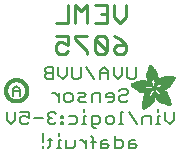
<source format=gbr>
G04 EAGLE Gerber RS-274X export*
G75*
%MOMM*%
%FSLAX34Y34*%
%LPD*%
%INSilkscreen Bottom*%
%IPPOS*%
%AMOC8*
5,1,8,0,0,1.08239X$1,22.5*%
G01*
%ADD10C,0.203200*%
%ADD11C,0.254000*%
%ADD12R,0.050800X0.006300*%
%ADD13R,0.082600X0.006400*%
%ADD14R,0.120600X0.006300*%
%ADD15R,0.139700X0.006400*%
%ADD16R,0.158800X0.006300*%
%ADD17R,0.177800X0.006400*%
%ADD18R,0.196800X0.006300*%
%ADD19R,0.215900X0.006400*%
%ADD20R,0.228600X0.006300*%
%ADD21R,0.241300X0.006400*%
%ADD22R,0.254000X0.006300*%
%ADD23R,0.266700X0.006400*%
%ADD24R,0.279400X0.006300*%
%ADD25R,0.285700X0.006400*%
%ADD26R,0.298400X0.006300*%
%ADD27R,0.311200X0.006400*%
%ADD28R,0.317500X0.006300*%
%ADD29R,0.330200X0.006400*%
%ADD30R,0.336600X0.006300*%
%ADD31R,0.349200X0.006400*%
%ADD32R,0.361900X0.006300*%
%ADD33R,0.368300X0.006400*%
%ADD34R,0.381000X0.006300*%
%ADD35R,0.387300X0.006400*%
%ADD36R,0.393700X0.006300*%
%ADD37R,0.406400X0.006400*%
%ADD38R,0.412700X0.006300*%
%ADD39R,0.419100X0.006400*%
%ADD40R,0.431800X0.006300*%
%ADD41R,0.438100X0.006400*%
%ADD42R,0.450800X0.006300*%
%ADD43R,0.457200X0.006400*%
%ADD44R,0.463500X0.006300*%
%ADD45R,0.476200X0.006400*%
%ADD46R,0.482600X0.006300*%
%ADD47R,0.488900X0.006400*%
%ADD48R,0.501600X0.006300*%
%ADD49R,0.508000X0.006400*%
%ADD50R,0.514300X0.006300*%
%ADD51R,0.527000X0.006400*%
%ADD52R,0.533400X0.006300*%
%ADD53R,0.546100X0.006400*%
%ADD54R,0.552400X0.006300*%
%ADD55R,0.558800X0.006400*%
%ADD56R,0.571500X0.006300*%
%ADD57R,0.577800X0.006400*%
%ADD58R,0.584200X0.006300*%
%ADD59R,0.596900X0.006400*%
%ADD60R,0.603200X0.006300*%
%ADD61R,0.609600X0.006400*%
%ADD62R,0.622300X0.006300*%
%ADD63R,0.628600X0.006400*%
%ADD64R,0.641300X0.006300*%
%ADD65R,0.647700X0.006400*%
%ADD66R,0.063500X0.006300*%
%ADD67R,0.654000X0.006300*%
%ADD68R,0.101600X0.006400*%
%ADD69R,0.666700X0.006400*%
%ADD70R,0.139700X0.006300*%
%ADD71R,0.673100X0.006300*%
%ADD72R,0.165100X0.006400*%
%ADD73R,0.679400X0.006400*%
%ADD74R,0.196900X0.006300*%
%ADD75R,0.692100X0.006300*%
%ADD76R,0.222200X0.006400*%
%ADD77R,0.698500X0.006400*%
%ADD78R,0.247700X0.006300*%
%ADD79R,0.704800X0.006300*%
%ADD80R,0.279400X0.006400*%
%ADD81R,0.717500X0.006400*%
%ADD82R,0.298500X0.006300*%
%ADD83R,0.723900X0.006300*%
%ADD84R,0.736600X0.006400*%
%ADD85R,0.342900X0.006300*%
%ADD86R,0.742900X0.006300*%
%ADD87R,0.374700X0.006400*%
%ADD88R,0.749300X0.006400*%
%ADD89R,0.762000X0.006300*%
%ADD90R,0.412700X0.006400*%
%ADD91R,0.768300X0.006400*%
%ADD92R,0.438100X0.006300*%
%ADD93R,0.774700X0.006300*%
%ADD94R,0.463600X0.006400*%
%ADD95R,0.787400X0.006400*%
%ADD96R,0.793700X0.006300*%
%ADD97R,0.495300X0.006400*%
%ADD98R,0.800100X0.006400*%
%ADD99R,0.520700X0.006300*%
%ADD100R,0.812800X0.006300*%
%ADD101R,0.533400X0.006400*%
%ADD102R,0.819100X0.006400*%
%ADD103R,0.558800X0.006300*%
%ADD104R,0.825500X0.006300*%
%ADD105R,0.577900X0.006400*%
%ADD106R,0.831800X0.006400*%
%ADD107R,0.596900X0.006300*%
%ADD108R,0.844500X0.006300*%
%ADD109R,0.616000X0.006400*%
%ADD110R,0.850900X0.006400*%
%ADD111R,0.635000X0.006300*%
%ADD112R,0.857200X0.006300*%
%ADD113R,0.654100X0.006400*%
%ADD114R,0.863600X0.006400*%
%ADD115R,0.666700X0.006300*%
%ADD116R,0.869900X0.006300*%
%ADD117R,0.685800X0.006400*%
%ADD118R,0.876300X0.006400*%
%ADD119R,0.882600X0.006300*%
%ADD120R,0.723900X0.006400*%
%ADD121R,0.889000X0.006400*%
%ADD122R,0.895300X0.006300*%
%ADD123R,0.755700X0.006400*%
%ADD124R,0.901700X0.006400*%
%ADD125R,0.908000X0.006300*%
%ADD126R,0.793800X0.006400*%
%ADD127R,0.914400X0.006400*%
%ADD128R,0.806400X0.006300*%
%ADD129R,0.920700X0.006300*%
%ADD130R,0.825500X0.006400*%
%ADD131R,0.927100X0.006400*%
%ADD132R,0.933400X0.006300*%
%ADD133R,0.857300X0.006400*%
%ADD134R,0.939800X0.006400*%
%ADD135R,0.870000X0.006300*%
%ADD136R,0.939800X0.006300*%
%ADD137R,0.946100X0.006400*%
%ADD138R,0.952500X0.006300*%
%ADD139R,0.908000X0.006400*%
%ADD140R,0.958800X0.006400*%
%ADD141R,0.965200X0.006300*%
%ADD142R,0.965200X0.006400*%
%ADD143R,0.971500X0.006300*%
%ADD144R,0.952500X0.006400*%
%ADD145R,0.977900X0.006400*%
%ADD146R,0.958800X0.006300*%
%ADD147R,0.984200X0.006300*%
%ADD148R,0.971500X0.006400*%
%ADD149R,0.984200X0.006400*%
%ADD150R,0.990600X0.006300*%
%ADD151R,0.984300X0.006400*%
%ADD152R,0.996900X0.006400*%
%ADD153R,0.997000X0.006300*%
%ADD154R,0.996900X0.006300*%
%ADD155R,1.003300X0.006400*%
%ADD156R,1.016000X0.006300*%
%ADD157R,1.009600X0.006300*%
%ADD158R,1.016000X0.006400*%
%ADD159R,1.009600X0.006400*%
%ADD160R,1.022300X0.006300*%
%ADD161R,1.028700X0.006400*%
%ADD162R,1.035100X0.006300*%
%ADD163R,1.047800X0.006400*%
%ADD164R,1.054100X0.006300*%
%ADD165R,1.028700X0.006300*%
%ADD166R,1.054100X0.006400*%
%ADD167R,1.035000X0.006400*%
%ADD168R,1.060400X0.006300*%
%ADD169R,1.035000X0.006300*%
%ADD170R,1.060500X0.006400*%
%ADD171R,1.041400X0.006400*%
%ADD172R,1.066800X0.006300*%
%ADD173R,1.041400X0.006300*%
%ADD174R,1.079500X0.006400*%
%ADD175R,1.047700X0.006400*%
%ADD176R,1.085900X0.006300*%
%ADD177R,1.047700X0.006300*%
%ADD178R,1.085800X0.006400*%
%ADD179R,1.092200X0.006300*%
%ADD180R,1.085900X0.006400*%
%ADD181R,1.098600X0.006300*%
%ADD182R,1.098600X0.006400*%
%ADD183R,1.060400X0.006400*%
%ADD184R,1.104900X0.006300*%
%ADD185R,1.104900X0.006400*%
%ADD186R,1.066800X0.006400*%
%ADD187R,1.111200X0.006300*%
%ADD188R,1.117600X0.006400*%
%ADD189R,1.117600X0.006300*%
%ADD190R,1.073100X0.006300*%
%ADD191R,1.073100X0.006400*%
%ADD192R,1.124000X0.006300*%
%ADD193R,1.079500X0.006300*%
%ADD194R,1.123900X0.006400*%
%ADD195R,1.130300X0.006300*%
%ADD196R,1.130300X0.006400*%
%ADD197R,1.136700X0.006400*%
%ADD198R,1.136700X0.006300*%
%ADD199R,1.085800X0.006300*%
%ADD200R,1.136600X0.006400*%
%ADD201R,1.136600X0.006300*%
%ADD202R,1.143000X0.006400*%
%ADD203R,1.143000X0.006300*%
%ADD204R,1.149400X0.006300*%
%ADD205R,1.149300X0.006300*%
%ADD206R,1.149300X0.006400*%
%ADD207R,1.149400X0.006400*%
%ADD208R,1.155700X0.006400*%
%ADD209R,1.155700X0.006300*%
%ADD210R,1.060500X0.006300*%
%ADD211R,2.197100X0.006400*%
%ADD212R,2.197100X0.006300*%
%ADD213R,2.184400X0.006300*%
%ADD214R,2.184400X0.006400*%
%ADD215R,2.171700X0.006400*%
%ADD216R,2.171700X0.006300*%
%ADD217R,1.530300X0.006400*%
%ADD218R,1.505000X0.006300*%
%ADD219R,1.492300X0.006400*%
%ADD220R,1.485900X0.006300*%
%ADD221R,0.565200X0.006300*%
%ADD222R,1.473200X0.006400*%
%ADD223R,0.565200X0.006400*%
%ADD224R,1.460500X0.006300*%
%ADD225R,1.454100X0.006400*%
%ADD226R,0.552400X0.006400*%
%ADD227R,1.441500X0.006300*%
%ADD228R,0.546100X0.006300*%
%ADD229R,1.435100X0.006400*%
%ADD230R,0.539800X0.006400*%
%ADD231R,1.428800X0.006300*%
%ADD232R,1.422400X0.006400*%
%ADD233R,1.409700X0.006300*%
%ADD234R,0.527100X0.006300*%
%ADD235R,1.403300X0.006400*%
%ADD236R,0.527100X0.006400*%
%ADD237R,1.390700X0.006300*%
%ADD238R,1.384300X0.006400*%
%ADD239R,0.520700X0.006400*%
%ADD240R,1.384300X0.006300*%
%ADD241R,0.514400X0.006300*%
%ADD242R,1.371600X0.006400*%
%ADD243R,1.365200X0.006300*%
%ADD244R,0.508000X0.006300*%
%ADD245R,1.352600X0.006400*%
%ADD246R,0.501700X0.006400*%
%ADD247R,0.711200X0.006300*%
%ADD248R,0.603300X0.006300*%
%ADD249R,0.501700X0.006300*%
%ADD250R,0.692100X0.006400*%
%ADD251R,0.571500X0.006400*%
%ADD252R,0.679400X0.006300*%
%ADD253R,0.495300X0.006300*%
%ADD254R,0.673100X0.006400*%
%ADD255R,0.666800X0.006300*%
%ADD256R,0.488900X0.006300*%
%ADD257R,0.660400X0.006400*%
%ADD258R,0.482600X0.006400*%
%ADD259R,0.476200X0.006300*%
%ADD260R,0.654000X0.006400*%
%ADD261R,0.469900X0.006400*%
%ADD262R,0.476300X0.006400*%
%ADD263R,0.647700X0.006300*%
%ADD264R,0.457200X0.006300*%
%ADD265R,0.469900X0.006300*%
%ADD266R,0.641300X0.006400*%
%ADD267R,0.444500X0.006400*%
%ADD268R,0.463600X0.006300*%
%ADD269R,0.635000X0.006400*%
%ADD270R,0.463500X0.006400*%
%ADD271R,0.393700X0.006400*%
%ADD272R,0.450800X0.006400*%
%ADD273R,0.628600X0.006300*%
%ADD274R,0.387400X0.006300*%
%ADD275R,0.450900X0.006300*%
%ADD276R,0.628700X0.006400*%
%ADD277R,0.374600X0.006400*%
%ADD278R,0.368300X0.006300*%
%ADD279R,0.438200X0.006300*%
%ADD280R,0.622300X0.006400*%
%ADD281R,0.355600X0.006400*%
%ADD282R,0.431800X0.006400*%
%ADD283R,0.349300X0.006300*%
%ADD284R,0.425400X0.006300*%
%ADD285R,0.615900X0.006300*%
%ADD286R,0.330200X0.006300*%
%ADD287R,0.419100X0.006300*%
%ADD288R,0.616000X0.006300*%
%ADD289R,0.311200X0.006300*%
%ADD290R,0.406400X0.006300*%
%ADD291R,0.615900X0.006400*%
%ADD292R,0.304800X0.006400*%
%ADD293R,0.158800X0.006400*%
%ADD294R,0.609600X0.006300*%
%ADD295R,0.292100X0.006300*%
%ADD296R,0.235000X0.006300*%
%ADD297R,0.387400X0.006400*%
%ADD298R,0.292100X0.006400*%
%ADD299R,0.336500X0.006300*%
%ADD300R,0.260400X0.006300*%
%ADD301R,0.603300X0.006400*%
%ADD302R,0.260400X0.006400*%
%ADD303R,0.362000X0.006400*%
%ADD304R,0.450900X0.006400*%
%ADD305R,0.355600X0.006300*%
%ADD306R,0.342900X0.006400*%
%ADD307R,0.514300X0.006400*%
%ADD308R,0.234900X0.006300*%
%ADD309R,0.539700X0.006300*%
%ADD310R,0.603200X0.006400*%
%ADD311R,0.234900X0.006400*%
%ADD312R,0.920700X0.006400*%
%ADD313R,0.958900X0.006400*%
%ADD314R,0.215900X0.006300*%
%ADD315R,0.209600X0.006400*%
%ADD316R,0.203200X0.006300*%
%ADD317R,1.003300X0.006300*%
%ADD318R,0.203200X0.006400*%
%ADD319R,0.196900X0.006400*%
%ADD320R,0.190500X0.006300*%
%ADD321R,0.190500X0.006400*%
%ADD322R,0.184200X0.006300*%
%ADD323R,0.590500X0.006400*%
%ADD324R,0.184200X0.006400*%
%ADD325R,0.590500X0.006300*%
%ADD326R,0.177800X0.006300*%
%ADD327R,0.584200X0.006400*%
%ADD328R,1.168400X0.006400*%
%ADD329R,0.171500X0.006300*%
%ADD330R,1.187500X0.006300*%
%ADD331R,1.200100X0.006400*%
%ADD332R,0.577800X0.006300*%
%ADD333R,1.212900X0.006300*%
%ADD334R,1.231900X0.006400*%
%ADD335R,1.250900X0.006300*%
%ADD336R,0.565100X0.006400*%
%ADD337R,0.184100X0.006400*%
%ADD338R,1.263700X0.006400*%
%ADD339R,0.565100X0.006300*%
%ADD340R,1.289100X0.006300*%
%ADD341R,1.314400X0.006400*%
%ADD342R,0.552500X0.006300*%
%ADD343R,1.568500X0.006300*%
%ADD344R,0.552500X0.006400*%
%ADD345R,1.581200X0.006400*%
%ADD346R,1.593800X0.006300*%
%ADD347R,1.606500X0.006400*%
%ADD348R,1.619300X0.006300*%
%ADD349R,0.514400X0.006400*%
%ADD350R,1.638300X0.006400*%
%ADD351R,1.657300X0.006300*%
%ADD352R,2.209800X0.006400*%
%ADD353R,2.425700X0.006300*%
%ADD354R,2.470100X0.006400*%
%ADD355R,2.501900X0.006300*%
%ADD356R,2.533700X0.006400*%
%ADD357R,2.559000X0.006300*%
%ADD358R,2.584500X0.006400*%
%ADD359R,2.609900X0.006300*%
%ADD360R,2.628900X0.006400*%
%ADD361R,2.660600X0.006300*%
%ADD362R,2.673400X0.006400*%
%ADD363R,1.422400X0.006300*%
%ADD364R,1.200200X0.006300*%
%ADD365R,1.365300X0.006300*%
%ADD366R,1.365300X0.006400*%
%ADD367R,1.352500X0.006300*%
%ADD368R,1.098500X0.006300*%
%ADD369R,1.358900X0.006400*%
%ADD370R,1.352600X0.006300*%
%ADD371R,1.358900X0.006300*%
%ADD372R,1.371600X0.006300*%
%ADD373R,1.377900X0.006400*%
%ADD374R,1.397000X0.006400*%
%ADD375R,1.403300X0.006300*%
%ADD376R,0.914400X0.006300*%
%ADD377R,0.876300X0.006300*%
%ADD378R,0.374600X0.006300*%
%ADD379R,1.073200X0.006400*%
%ADD380R,0.374700X0.006300*%
%ADD381R,0.844600X0.006400*%
%ADD382R,0.844600X0.006300*%
%ADD383R,0.831900X0.006400*%
%ADD384R,1.092200X0.006400*%
%ADD385R,0.400000X0.006300*%
%ADD386R,0.819200X0.006400*%
%ADD387R,1.111300X0.006400*%
%ADD388R,0.812800X0.006400*%
%ADD389R,0.800100X0.006300*%
%ADD390R,0.476300X0.006300*%
%ADD391R,1.181100X0.006300*%
%ADD392R,0.501600X0.006400*%
%ADD393R,1.193800X0.006400*%
%ADD394R,0.781000X0.006400*%
%ADD395R,1.238200X0.006400*%
%ADD396R,0.781100X0.006300*%
%ADD397R,1.257300X0.006300*%
%ADD398R,1.295400X0.006400*%
%ADD399R,1.333500X0.006300*%
%ADD400R,0.774700X0.006400*%
%ADD401R,1.866900X0.006400*%
%ADD402R,0.209600X0.006300*%
%ADD403R,1.866900X0.006300*%
%ADD404R,0.768400X0.006400*%
%ADD405R,0.209500X0.006400*%
%ADD406R,1.860600X0.006400*%
%ADD407R,0.762000X0.006400*%
%ADD408R,0.768400X0.006300*%
%ADD409R,1.860600X0.006300*%
%ADD410R,1.860500X0.006400*%
%ADD411R,0.222300X0.006300*%
%ADD412R,1.854200X0.006300*%
%ADD413R,0.235000X0.006400*%
%ADD414R,1.854200X0.006400*%
%ADD415R,0.768300X0.006300*%
%ADD416R,0.260300X0.006400*%
%ADD417R,1.847800X0.006400*%
%ADD418R,0.266700X0.006300*%
%ADD419R,1.847800X0.006300*%
%ADD420R,0.273100X0.006400*%
%ADD421R,1.841500X0.006400*%
%ADD422R,0.285800X0.006300*%
%ADD423R,1.841500X0.006300*%
%ADD424R,0.298500X0.006400*%
%ADD425R,1.835100X0.006400*%
%ADD426R,0.781000X0.006300*%
%ADD427R,0.304800X0.006300*%
%ADD428R,1.835100X0.006300*%
%ADD429R,0.317500X0.006400*%
%ADD430R,1.828800X0.006400*%
%ADD431R,0.787400X0.006300*%
%ADD432R,0.323800X0.006300*%
%ADD433R,1.828800X0.006300*%
%ADD434R,0.793700X0.006400*%
%ADD435R,1.822400X0.006400*%
%ADD436R,0.806500X0.006300*%
%ADD437R,1.822400X0.006300*%
%ADD438R,1.816100X0.006400*%
%ADD439R,0.819100X0.006300*%
%ADD440R,0.387300X0.006300*%
%ADD441R,1.816100X0.006300*%
%ADD442R,1.809800X0.006400*%
%ADD443R,1.803400X0.006300*%
%ADD444R,1.797000X0.006400*%
%ADD445R,0.901700X0.006300*%
%ADD446R,1.797000X0.006300*%
%ADD447R,1.441400X0.006400*%
%ADD448R,1.790700X0.006400*%
%ADD449R,1.447800X0.006300*%
%ADD450R,1.784300X0.006300*%
%ADD451R,1.447800X0.006400*%
%ADD452R,1.784300X0.006400*%
%ADD453R,1.454100X0.006300*%
%ADD454R,1.771700X0.006300*%
%ADD455R,1.460500X0.006400*%
%ADD456R,1.759000X0.006400*%
%ADD457R,1.466800X0.006300*%
%ADD458R,1.752600X0.006300*%
%ADD459R,1.466800X0.006400*%
%ADD460R,1.739900X0.006400*%
%ADD461R,1.473200X0.006300*%
%ADD462R,1.727200X0.006300*%
%ADD463R,1.479500X0.006400*%
%ADD464R,1.714500X0.006400*%
%ADD465R,1.695400X0.006300*%
%ADD466R,1.485900X0.006400*%
%ADD467R,1.682700X0.006400*%
%ADD468R,1.492200X0.006300*%
%ADD469R,1.663700X0.006300*%
%ADD470R,1.498600X0.006400*%
%ADD471R,1.644600X0.006400*%
%ADD472R,1.498600X0.006300*%
%ADD473R,1.619200X0.006300*%
%ADD474R,1.511300X0.006400*%
%ADD475R,1.600200X0.006400*%
%ADD476R,1.517700X0.006300*%
%ADD477R,1.574800X0.006300*%
%ADD478R,1.524000X0.006400*%
%ADD479R,1.555800X0.006400*%
%ADD480R,1.524000X0.006300*%
%ADD481R,1.536700X0.006300*%
%ADD482R,1.530400X0.006400*%
%ADD483R,1.517700X0.006400*%
%ADD484R,1.492300X0.006300*%
%ADD485R,1.549400X0.006400*%
%ADD486R,1.479600X0.006400*%
%ADD487R,1.549400X0.006300*%
%ADD488R,1.555700X0.006400*%
%ADD489R,1.562100X0.006300*%
%ADD490R,0.323900X0.006300*%
%ADD491R,1.568400X0.006400*%
%ADD492R,0.336600X0.006400*%
%ADD493R,1.587500X0.006300*%
%ADD494R,0.971600X0.006300*%
%ADD495R,0.349300X0.006400*%
%ADD496R,1.600200X0.006300*%
%ADD497R,0.920800X0.006300*%
%ADD498R,0.882700X0.006400*%
%ADD499R,1.612900X0.006300*%
%ADD500R,0.362000X0.006300*%
%ADD501R,1.625600X0.006400*%
%ADD502R,1.625600X0.006300*%
%ADD503R,1.644600X0.006300*%
%ADD504R,0.736600X0.006300*%
%ADD505R,0.717600X0.006400*%
%ADD506R,1.657400X0.006300*%
%ADD507R,0.679500X0.006300*%
%ADD508R,1.663700X0.006400*%
%ADD509R,0.400000X0.006400*%
%ADD510R,1.676400X0.006300*%
%ADD511R,1.676400X0.006400*%
%ADD512R,0.425500X0.006400*%
%ADD513R,1.352500X0.006400*%
%ADD514R,0.444500X0.006300*%
%ADD515R,0.361900X0.006400*%
%ADD516R,0.088900X0.006300*%
%ADD517R,1.009700X0.006300*%
%ADD518R,1.009700X0.006400*%
%ADD519R,1.022300X0.006400*%
%ADD520R,1.346200X0.006400*%
%ADD521R,1.346200X0.006300*%
%ADD522R,1.339900X0.006400*%
%ADD523R,1.035100X0.006400*%
%ADD524R,1.339800X0.006300*%
%ADD525R,1.333500X0.006400*%
%ADD526R,1.327200X0.006400*%
%ADD527R,1.320800X0.006300*%
%ADD528R,1.314500X0.006400*%
%ADD529R,1.314400X0.006300*%
%ADD530R,1.301700X0.006400*%
%ADD531R,1.295400X0.006300*%
%ADD532R,1.289000X0.006400*%
%ADD533R,1.276300X0.006300*%
%ADD534R,1.251000X0.006300*%
%ADD535R,1.244600X0.006400*%
%ADD536R,1.231900X0.006300*%
%ADD537R,1.212800X0.006400*%
%ADD538R,1.200100X0.006300*%
%ADD539R,1.187400X0.006400*%
%ADD540R,1.168400X0.006300*%
%ADD541R,1.047800X0.006300*%
%ADD542R,0.977900X0.006300*%
%ADD543R,0.946200X0.006400*%
%ADD544R,0.933400X0.006400*%
%ADD545R,0.895300X0.006400*%
%ADD546R,0.882700X0.006300*%
%ADD547R,0.863600X0.006300*%
%ADD548R,0.857200X0.006400*%
%ADD549R,0.850900X0.006300*%
%ADD550R,0.838200X0.006300*%
%ADD551R,0.806500X0.006400*%
%ADD552R,0.717600X0.006300*%
%ADD553R,0.711200X0.006400*%
%ADD554R,0.641400X0.006400*%
%ADD555R,0.641400X0.006300*%
%ADD556R,0.628700X0.006300*%
%ADD557R,0.590600X0.006300*%
%ADD558R,0.539700X0.006400*%
%ADD559R,0.285700X0.006300*%
%ADD560R,0.222200X0.006300*%
%ADD561R,0.171400X0.006300*%
%ADD562R,0.152400X0.006400*%
%ADD563R,0.133400X0.006300*%
%ADD564C,0.304800*%


D10*
X116113Y108213D02*
X116113Y99316D01*
X114333Y97536D01*
X110774Y97536D01*
X108995Y99316D01*
X108995Y108213D01*
X104419Y108213D02*
X104419Y101095D01*
X100860Y97536D01*
X97301Y101095D01*
X97301Y108213D01*
X92725Y104654D02*
X92725Y97536D01*
X92725Y104654D02*
X89166Y108213D01*
X85607Y104654D01*
X85607Y97536D01*
X85607Y102875D02*
X92725Y102875D01*
X81031Y97536D02*
X73913Y108213D01*
X69337Y108213D02*
X69337Y99316D01*
X67558Y97536D01*
X63999Y97536D01*
X62219Y99316D01*
X62219Y108213D01*
X57643Y108213D02*
X57643Y101095D01*
X54084Y97536D01*
X50525Y101095D01*
X50525Y108213D01*
X45949Y108213D02*
X45949Y97536D01*
X45949Y108213D02*
X40611Y108213D01*
X38831Y106434D01*
X38831Y104654D01*
X40611Y102875D01*
X38831Y101095D01*
X38831Y99316D01*
X40611Y97536D01*
X45949Y97536D01*
X45949Y102875D02*
X40611Y102875D01*
X102173Y87384D02*
X103953Y89163D01*
X107512Y89163D01*
X109291Y87384D01*
X109291Y85604D01*
X107512Y83825D01*
X103953Y83825D01*
X102173Y82045D01*
X102173Y80266D01*
X103953Y78486D01*
X107512Y78486D01*
X109291Y80266D01*
X95818Y78486D02*
X92259Y78486D01*
X95818Y78486D02*
X97598Y80266D01*
X97598Y83825D01*
X95818Y85604D01*
X92259Y85604D01*
X90479Y83825D01*
X90479Y82045D01*
X97598Y82045D01*
X85904Y78486D02*
X85904Y85604D01*
X80565Y85604D01*
X78785Y83825D01*
X78785Y78486D01*
X74210Y78486D02*
X68871Y78486D01*
X67092Y80266D01*
X68871Y82045D01*
X72430Y82045D01*
X74210Y83825D01*
X72430Y85604D01*
X67092Y85604D01*
X60736Y78486D02*
X57177Y78486D01*
X55398Y80266D01*
X55398Y83825D01*
X57177Y85604D01*
X60736Y85604D01*
X62516Y83825D01*
X62516Y80266D01*
X60736Y78486D01*
X50822Y78486D02*
X50822Y85604D01*
X50822Y82045D02*
X47263Y85604D01*
X45483Y85604D01*
X148271Y70113D02*
X148271Y62995D01*
X144712Y59436D01*
X141153Y62995D01*
X141153Y70113D01*
X136577Y66554D02*
X134798Y66554D01*
X134798Y59436D01*
X136577Y59436D02*
X133018Y59436D01*
X134798Y70113D02*
X134798Y71893D01*
X128782Y66554D02*
X128782Y59436D01*
X128782Y66554D02*
X123443Y66554D01*
X121663Y64775D01*
X121663Y59436D01*
X117088Y59436D02*
X109969Y70113D01*
X105394Y70113D02*
X103614Y70113D01*
X103614Y59436D01*
X101835Y59436D02*
X105394Y59436D01*
X95818Y59436D02*
X92259Y59436D01*
X90480Y61216D01*
X90480Y64775D01*
X92259Y66554D01*
X95818Y66554D01*
X97598Y64775D01*
X97598Y61216D01*
X95818Y59436D01*
X82345Y55877D02*
X80565Y55877D01*
X78786Y57657D01*
X78786Y66554D01*
X84124Y66554D01*
X85904Y64775D01*
X85904Y61216D01*
X84124Y59436D01*
X78786Y59436D01*
X74210Y66554D02*
X72430Y66554D01*
X72430Y59436D01*
X70651Y59436D02*
X74210Y59436D01*
X72430Y70113D02*
X72430Y71893D01*
X64634Y66554D02*
X59296Y66554D01*
X64634Y66554D02*
X66414Y64775D01*
X66414Y61216D01*
X64634Y59436D01*
X59296Y59436D01*
X54720Y66554D02*
X52940Y66554D01*
X52940Y64775D01*
X54720Y64775D01*
X54720Y66554D01*
X54720Y61216D02*
X52940Y61216D01*
X52940Y59436D01*
X54720Y59436D01*
X54720Y61216D01*
X48873Y68334D02*
X47093Y70113D01*
X43534Y70113D01*
X41755Y68334D01*
X41755Y66554D01*
X43534Y64775D01*
X45314Y64775D01*
X43534Y64775D02*
X41755Y62995D01*
X41755Y61216D01*
X43534Y59436D01*
X47093Y59436D01*
X48873Y61216D01*
X37179Y64775D02*
X30061Y64775D01*
X25485Y70113D02*
X18367Y70113D01*
X25485Y70113D02*
X25485Y64775D01*
X21926Y66554D01*
X20146Y66554D01*
X18367Y64775D01*
X18367Y61216D01*
X20146Y59436D01*
X23705Y59436D01*
X25485Y61216D01*
X13791Y62995D02*
X13791Y70113D01*
X13791Y62995D02*
X10232Y59436D01*
X6673Y62995D01*
X6673Y70113D01*
X111749Y46234D02*
X115308Y46234D01*
X111749Y46234D02*
X109969Y44455D01*
X109969Y39116D01*
X115308Y39116D01*
X117087Y40896D01*
X115308Y42675D01*
X109969Y42675D01*
X98275Y39116D02*
X98275Y49793D01*
X98275Y39116D02*
X103614Y39116D01*
X105394Y40896D01*
X105394Y44455D01*
X103614Y46234D01*
X98275Y46234D01*
X91920Y46234D02*
X88361Y46234D01*
X86581Y44455D01*
X86581Y39116D01*
X91920Y39116D01*
X93700Y40896D01*
X91920Y42675D01*
X86581Y42675D01*
X80226Y39116D02*
X80226Y48014D01*
X78447Y49793D01*
X78447Y44455D02*
X82006Y44455D01*
X74210Y46234D02*
X74210Y39116D01*
X74210Y42675D02*
X70651Y46234D01*
X68871Y46234D01*
X64465Y46234D02*
X64465Y40896D01*
X62685Y39116D01*
X57347Y39116D01*
X57347Y46234D01*
X52771Y46234D02*
X50991Y46234D01*
X50991Y39116D01*
X49212Y39116D02*
X52771Y39116D01*
X50991Y49793D02*
X50991Y51573D01*
X43195Y48014D02*
X43195Y40896D01*
X41416Y39116D01*
X41416Y46234D02*
X44975Y46234D01*
X37179Y40896D02*
X37179Y39116D01*
X37179Y44455D02*
X37179Y51573D01*
D11*
X107673Y150499D02*
X107673Y160668D01*
X107673Y150499D02*
X102589Y145415D01*
X97504Y150499D01*
X97504Y160668D01*
X91302Y160668D02*
X81133Y160668D01*
X91302Y160668D02*
X91302Y145415D01*
X81133Y145415D01*
X86217Y153042D02*
X91302Y153042D01*
X74930Y160668D02*
X74930Y145415D01*
X69846Y155584D02*
X74930Y160668D01*
X69846Y155584D02*
X64761Y160668D01*
X64761Y145415D01*
X58558Y145415D02*
X58558Y160668D01*
X58558Y145415D02*
X48390Y145415D01*
X97504Y133998D02*
X102589Y131456D01*
X107673Y126372D01*
X107673Y121287D01*
X105131Y118745D01*
X100047Y118745D01*
X97504Y121287D01*
X97504Y123829D01*
X100047Y126372D01*
X107673Y126372D01*
X91302Y121287D02*
X91302Y131456D01*
X88759Y133998D01*
X83675Y133998D01*
X81133Y131456D01*
X81133Y121287D01*
X83675Y118745D01*
X88759Y118745D01*
X91302Y121287D01*
X81133Y131456D01*
X74930Y133998D02*
X64761Y133998D01*
X64761Y131456D01*
X74930Y121287D01*
X74930Y118745D01*
X58558Y133998D02*
X48390Y133998D01*
X58558Y133998D02*
X58558Y126372D01*
X53474Y128914D01*
X50932Y128914D01*
X48390Y126372D01*
X48390Y121287D01*
X50932Y118745D01*
X56016Y118745D01*
X58558Y121287D01*
D12*
X123222Y71311D03*
D13*
X123190Y71374D03*
D14*
X123190Y71438D03*
D15*
X123222Y71501D03*
D16*
X123190Y71565D03*
D17*
X123222Y71628D03*
D18*
X123190Y71692D03*
D19*
X123222Y71755D03*
D20*
X123222Y71819D03*
D21*
X123286Y71882D03*
D22*
X123285Y71946D03*
D23*
X123349Y72009D03*
D24*
X123349Y72073D03*
D25*
X123381Y72136D03*
D26*
X123444Y72200D03*
D27*
X123444Y72263D03*
D28*
X123476Y72327D03*
D29*
X123539Y72390D03*
D30*
X123571Y72454D03*
D31*
X123571Y72517D03*
D32*
X123635Y72581D03*
D33*
X123667Y72644D03*
D34*
X123730Y72708D03*
D35*
X123762Y72771D03*
D36*
X123794Y72835D03*
D37*
X123857Y72898D03*
D38*
X123889Y72962D03*
D39*
X123921Y73025D03*
D40*
X123984Y73089D03*
D41*
X124016Y73152D03*
D42*
X124079Y73216D03*
D43*
X124111Y73279D03*
D44*
X124143Y73343D03*
D45*
X124206Y73406D03*
D46*
X124238Y73470D03*
D47*
X124270Y73533D03*
D48*
X124333Y73597D03*
D49*
X124365Y73660D03*
D50*
X124397Y73724D03*
D51*
X124460Y73787D03*
D52*
X124492Y73851D03*
D53*
X124556Y73914D03*
D54*
X124587Y73978D03*
D55*
X124619Y74041D03*
D56*
X124683Y74105D03*
D57*
X124714Y74168D03*
D58*
X124746Y74232D03*
D59*
X124810Y74295D03*
D60*
X124841Y74359D03*
D61*
X124873Y74422D03*
D62*
X124937Y74486D03*
D63*
X124968Y74549D03*
D64*
X125032Y74613D03*
D65*
X125064Y74676D03*
D66*
X144876Y74740D03*
D67*
X125095Y74740D03*
D68*
X144875Y74803D03*
D69*
X125159Y74803D03*
D70*
X144812Y74867D03*
D71*
X125191Y74867D03*
D72*
X144749Y74930D03*
D73*
X125222Y74930D03*
D74*
X144717Y74994D03*
D75*
X125286Y74994D03*
D76*
X144653Y75057D03*
D77*
X125318Y75057D03*
D78*
X144590Y75121D03*
D79*
X125349Y75121D03*
D80*
X144494Y75184D03*
D81*
X125413Y75184D03*
D82*
X144463Y75248D03*
D83*
X125445Y75248D03*
D29*
X144367Y75311D03*
D84*
X125508Y75311D03*
D85*
X144304Y75375D03*
D86*
X125540Y75375D03*
D87*
X144209Y75438D03*
D88*
X125572Y75438D03*
D36*
X144114Y75502D03*
D89*
X125635Y75502D03*
D90*
X144082Y75565D03*
D91*
X125667Y75565D03*
D92*
X143955Y75629D03*
D93*
X125699Y75629D03*
D94*
X143891Y75692D03*
D95*
X125762Y75692D03*
D46*
X143796Y75756D03*
D96*
X125794Y75756D03*
D97*
X143733Y75819D03*
D98*
X125826Y75819D03*
D99*
X143606Y75883D03*
D100*
X125889Y75883D03*
D101*
X143542Y75946D03*
D102*
X125921Y75946D03*
D103*
X143415Y76010D03*
D104*
X125953Y76010D03*
D105*
X143320Y76073D03*
D106*
X125984Y76073D03*
D107*
X143225Y76137D03*
D108*
X126048Y76137D03*
D109*
X143129Y76200D03*
D110*
X126080Y76200D03*
D111*
X143034Y76264D03*
D112*
X126111Y76264D03*
D113*
X142939Y76327D03*
D114*
X126143Y76327D03*
D115*
X142812Y76391D03*
D116*
X126175Y76391D03*
D117*
X142716Y76454D03*
D118*
X126207Y76454D03*
D79*
X142621Y76518D03*
D119*
X126238Y76518D03*
D120*
X142526Y76581D03*
D121*
X126270Y76581D03*
D86*
X142431Y76645D03*
D122*
X126302Y76645D03*
D123*
X142304Y76708D03*
D124*
X126334Y76708D03*
D93*
X142209Y76772D03*
D125*
X126365Y76772D03*
D126*
X142113Y76835D03*
D127*
X126397Y76835D03*
D128*
X141986Y76899D03*
D129*
X126429Y76899D03*
D130*
X141891Y76962D03*
D131*
X126461Y76962D03*
D108*
X141796Y77026D03*
D132*
X126492Y77026D03*
D133*
X141669Y77089D03*
D134*
X126524Y77089D03*
D135*
X141605Y77153D03*
D136*
X126524Y77153D03*
D121*
X141510Y77216D03*
D137*
X126556Y77216D03*
D122*
X141415Y77280D03*
D138*
X126588Y77280D03*
D139*
X141351Y77343D03*
D140*
X126619Y77343D03*
D129*
X141288Y77407D03*
D141*
X126651Y77407D03*
D131*
X141193Y77470D03*
D142*
X126651Y77470D03*
D136*
X141129Y77534D03*
D143*
X126683Y77534D03*
D144*
X141066Y77597D03*
D145*
X126715Y77597D03*
D146*
X140970Y77661D03*
D147*
X126746Y77661D03*
D148*
X140907Y77724D03*
D149*
X126746Y77724D03*
D147*
X140843Y77788D03*
D150*
X126778Y77788D03*
D151*
X140780Y77851D03*
D152*
X126810Y77851D03*
D153*
X140716Y77915D03*
D154*
X126810Y77915D03*
D155*
X140685Y77978D03*
X126842Y77978D03*
D156*
X140621Y78042D03*
D157*
X126873Y78042D03*
D158*
X140557Y78105D03*
D159*
X126873Y78105D03*
D160*
X140526Y78169D03*
D156*
X126905Y78169D03*
D161*
X140431Y78232D03*
D158*
X126905Y78232D03*
D162*
X140399Y78296D03*
D160*
X126937Y78296D03*
D163*
X140335Y78359D03*
D161*
X126969Y78359D03*
D164*
X140304Y78423D03*
D165*
X126969Y78423D03*
D166*
X140240Y78486D03*
D167*
X127000Y78486D03*
D168*
X140208Y78550D03*
D169*
X127000Y78550D03*
D170*
X140145Y78613D03*
D171*
X127032Y78613D03*
D172*
X140113Y78677D03*
D173*
X127032Y78677D03*
D174*
X140050Y78740D03*
D175*
X127064Y78740D03*
D176*
X140018Y78804D03*
D177*
X127064Y78804D03*
D178*
X139954Y78867D03*
D166*
X127096Y78867D03*
D179*
X139922Y78931D03*
D164*
X127096Y78931D03*
D180*
X139891Y78994D03*
D166*
X127096Y78994D03*
D181*
X139827Y79058D03*
D168*
X127127Y79058D03*
D182*
X139827Y79121D03*
D183*
X127127Y79121D03*
D184*
X139796Y79185D03*
D172*
X127159Y79185D03*
D185*
X139732Y79248D03*
D186*
X127159Y79248D03*
D187*
X139700Y79312D03*
D172*
X127159Y79312D03*
D188*
X139668Y79375D03*
D186*
X127159Y79375D03*
D189*
X139605Y79439D03*
D190*
X127191Y79439D03*
D188*
X139605Y79502D03*
D191*
X127191Y79502D03*
D192*
X139573Y79566D03*
D193*
X127223Y79566D03*
D194*
X139510Y79629D03*
D174*
X127223Y79629D03*
D195*
X139478Y79693D03*
D193*
X127223Y79693D03*
D196*
X139478Y79756D03*
D174*
X127223Y79756D03*
D195*
X139415Y79820D03*
D193*
X127223Y79820D03*
D197*
X139383Y79883D03*
D178*
X127254Y79883D03*
D198*
X139383Y79947D03*
D199*
X127254Y79947D03*
D200*
X139319Y80010D03*
D174*
X127286Y80010D03*
D201*
X139319Y80074D03*
D193*
X127286Y80074D03*
D202*
X139287Y80137D03*
D180*
X127318Y80137D03*
D203*
X139224Y80201D03*
D176*
X127318Y80201D03*
D202*
X139224Y80264D03*
D180*
X127318Y80264D03*
D204*
X139192Y80328D03*
D176*
X127318Y80328D03*
D202*
X139160Y80391D03*
D180*
X127318Y80391D03*
D205*
X139129Y80455D03*
D176*
X127318Y80455D03*
D206*
X139129Y80518D03*
D180*
X127318Y80518D03*
D204*
X139065Y80582D03*
D176*
X127318Y80582D03*
D207*
X139065Y80645D03*
D180*
X127318Y80645D03*
D204*
X139065Y80709D03*
D199*
X127381Y80709D03*
D206*
X139002Y80772D03*
D178*
X127381Y80772D03*
D205*
X139002Y80836D03*
D199*
X127381Y80836D03*
D208*
X138970Y80899D03*
D178*
X127381Y80899D03*
D204*
X138938Y80963D03*
D199*
X127381Y80963D03*
D207*
X138938Y81026D03*
D178*
X127381Y81026D03*
D209*
X138907Y81090D03*
D199*
X127381Y81090D03*
D206*
X138875Y81153D03*
D178*
X127381Y81153D03*
D205*
X138875Y81217D03*
D193*
X127413Y81217D03*
D208*
X138843Y81280D03*
D174*
X127413Y81280D03*
D204*
X138811Y81344D03*
D193*
X127413Y81344D03*
D207*
X138811Y81407D03*
D174*
X127413Y81407D03*
D204*
X138811Y81471D03*
D193*
X127413Y81471D03*
D206*
X138748Y81534D03*
D191*
X127445Y81534D03*
D205*
X138748Y81598D03*
D190*
X127445Y81598D03*
D206*
X138748Y81661D03*
D186*
X127413Y81661D03*
D204*
X138684Y81725D03*
D172*
X127413Y81725D03*
D207*
X138684Y81788D03*
D186*
X127413Y81788D03*
D204*
X138684Y81852D03*
D210*
X127445Y81852D03*
D202*
X138652Y81915D03*
D170*
X127445Y81915D03*
D205*
X138621Y81979D03*
D210*
X127445Y81979D03*
D206*
X138621Y82042D03*
D166*
X127477Y82042D03*
D203*
X138589Y82106D03*
D164*
X127477Y82106D03*
D207*
X138557Y82169D03*
D166*
X127477Y82169D03*
D204*
X138557Y82233D03*
D164*
X127477Y82233D03*
D211*
X133255Y82296D03*
D212*
X133255Y82360D03*
D211*
X133255Y82423D03*
D213*
X133255Y82487D03*
D214*
X133255Y82550D03*
D213*
X133255Y82614D03*
D215*
X133255Y82677D03*
D216*
X133255Y82741D03*
D217*
X136462Y82804D03*
D59*
X125445Y82804D03*
D218*
X136525Y82868D03*
D58*
X125381Y82868D03*
D219*
X136589Y82931D03*
D57*
X125349Y82931D03*
D220*
X136621Y82995D03*
D221*
X125349Y82995D03*
D222*
X136684Y83058D03*
D223*
X125349Y83058D03*
D224*
X136684Y83122D03*
D54*
X125349Y83122D03*
D225*
X136716Y83185D03*
D226*
X125349Y83185D03*
D227*
X136716Y83249D03*
D228*
X125381Y83249D03*
D229*
X136748Y83312D03*
D230*
X125349Y83312D03*
D231*
X136779Y83376D03*
D52*
X125381Y83376D03*
D232*
X136811Y83439D03*
D101*
X125381Y83439D03*
D233*
X136811Y83503D03*
D234*
X125413Y83503D03*
D235*
X136843Y83566D03*
D236*
X125413Y83566D03*
D237*
X136843Y83630D03*
D99*
X125445Y83630D03*
D238*
X136875Y83693D03*
D239*
X125445Y83693D03*
D240*
X136875Y83757D03*
D241*
X125476Y83757D03*
D242*
X136874Y83820D03*
D49*
X125508Y83820D03*
D243*
X136906Y83884D03*
D244*
X125508Y83884D03*
D245*
X136906Y83947D03*
D246*
X125540Y83947D03*
D247*
X140113Y84011D03*
D248*
X133160Y84011D03*
D249*
X125540Y84011D03*
D250*
X140145Y84074D03*
D251*
X133065Y84074D03*
D97*
X125572Y84074D03*
D252*
X140208Y84138D03*
D228*
X133001Y84138D03*
D253*
X125635Y84138D03*
D254*
X140177Y84201D03*
D101*
X132937Y84201D03*
D47*
X125667Y84201D03*
D255*
X140208Y84265D03*
D50*
X132906Y84265D03*
D256*
X125667Y84265D03*
D257*
X140240Y84328D03*
D97*
X132874Y84328D03*
D258*
X125698Y84328D03*
D67*
X140208Y84392D03*
D46*
X132810Y84392D03*
D259*
X125730Y84392D03*
D260*
X140208Y84455D03*
D261*
X132811Y84455D03*
D262*
X125794Y84455D03*
D263*
X140177Y84519D03*
D264*
X132747Y84519D03*
D265*
X125826Y84519D03*
D266*
X140145Y84582D03*
D267*
X132747Y84582D03*
D261*
X125826Y84582D03*
D64*
X140145Y84646D03*
D40*
X132683Y84646D03*
D268*
X125857Y84646D03*
D269*
X140113Y84709D03*
D39*
X132684Y84709D03*
D270*
X125921Y84709D03*
D111*
X140113Y84773D03*
D38*
X132652Y84773D03*
D264*
X125952Y84773D03*
D63*
X140081Y84836D03*
D271*
X132620Y84836D03*
D272*
X125984Y84836D03*
D273*
X140081Y84900D03*
D274*
X132588Y84900D03*
D275*
X126048Y84900D03*
D276*
X140018Y84963D03*
D277*
X132588Y84963D03*
D267*
X126080Y84963D03*
D62*
X139986Y85027D03*
D278*
X132557Y85027D03*
D279*
X126111Y85027D03*
D280*
X139986Y85090D03*
D281*
X132556Y85090D03*
D282*
X126206Y85090D03*
D62*
X139923Y85154D03*
D283*
X132525Y85154D03*
D284*
X126238Y85154D03*
D280*
X139923Y85217D03*
D29*
X132493Y85217D03*
D39*
X126270Y85217D03*
D285*
X139891Y85281D03*
D286*
X132493Y85281D03*
D287*
X126334Y85281D03*
D109*
X139827Y85344D03*
D27*
X132461Y85344D03*
D37*
X126397Y85344D03*
D288*
X139827Y85408D03*
D289*
X132461Y85408D03*
D290*
X126460Y85408D03*
D291*
X139764Y85471D03*
D292*
X132429Y85471D03*
D271*
X126524Y85471D03*
D293*
X122555Y85471D03*
D294*
X139732Y85535D03*
D295*
X132430Y85535D03*
D36*
X126588Y85535D03*
D296*
X122555Y85535D03*
D109*
X139700Y85598D03*
D25*
X132398Y85598D03*
D297*
X126619Y85598D03*
D298*
X122524Y85598D03*
D285*
X139637Y85662D03*
D24*
X132366Y85662D03*
D34*
X126714Y85662D03*
D299*
X122492Y85662D03*
D61*
X139605Y85725D03*
D23*
X132366Y85725D03*
D277*
X126746Y85725D03*
D87*
X122492Y85725D03*
D294*
X139541Y85789D03*
D300*
X132334Y85789D03*
D278*
X126842Y85789D03*
D38*
X122492Y85789D03*
D301*
X139510Y85852D03*
D302*
X132334Y85852D03*
D303*
X126873Y85852D03*
D304*
X122492Y85852D03*
D294*
X139478Y85916D03*
D22*
X132302Y85916D03*
D305*
X126968Y85916D03*
D46*
X122523Y85916D03*
D61*
X139414Y85979D03*
D21*
X132303Y85979D03*
D306*
X127032Y85979D03*
D307*
X122492Y85979D03*
D248*
X139383Y86043D03*
D308*
X132271Y86043D03*
D85*
X127096Y86043D03*
D309*
X122492Y86043D03*
D310*
X139319Y86106D03*
D311*
X132271Y86106D03*
D312*
X124270Y86106D03*
D248*
X139256Y86170D03*
D20*
X132239Y86170D03*
D132*
X124206Y86170D03*
D310*
X139192Y86233D03*
D19*
X132239Y86233D03*
D313*
X124143Y86233D03*
D107*
X139161Y86297D03*
D314*
X132239Y86297D03*
D141*
X124111Y86297D03*
D59*
X139097Y86360D03*
D315*
X132207Y86360D03*
D149*
X124079Y86360D03*
D107*
X139034Y86424D03*
D316*
X132175Y86424D03*
D317*
X124048Y86424D03*
D59*
X138970Y86487D03*
D318*
X132175Y86487D03*
D158*
X123984Y86487D03*
D107*
X138907Y86551D03*
D74*
X132144Y86551D03*
D169*
X123952Y86551D03*
D59*
X138843Y86614D03*
D319*
X132144Y86614D03*
D163*
X123952Y86614D03*
D107*
X138780Y86678D03*
D320*
X132112Y86678D03*
D172*
X123920Y86678D03*
D59*
X138716Y86741D03*
D321*
X132112Y86741D03*
D191*
X123889Y86741D03*
D107*
X138653Y86805D03*
D322*
X132080Y86805D03*
D179*
X123857Y86805D03*
D323*
X138621Y86868D03*
D324*
X132080Y86868D03*
D185*
X123857Y86868D03*
D325*
X138494Y86932D03*
D326*
X132048Y86932D03*
D192*
X123825Y86932D03*
D327*
X138462Y86995D03*
D17*
X132048Y86995D03*
D200*
X123825Y86995D03*
D325*
X138367Y87059D03*
D326*
X132048Y87059D03*
D209*
X123794Y87059D03*
D327*
X138271Y87122D03*
D17*
X132048Y87122D03*
D328*
X123793Y87122D03*
D58*
X138208Y87186D03*
D329*
X132017Y87186D03*
D330*
X123762Y87186D03*
D105*
X138113Y87249D03*
D17*
X131985Y87249D03*
D331*
X123762Y87249D03*
D332*
X138049Y87313D03*
D326*
X131985Y87313D03*
D333*
X123762Y87313D03*
D57*
X137922Y87376D03*
D324*
X131953Y87376D03*
D334*
X123730Y87376D03*
D56*
X137827Y87440D03*
D322*
X131953Y87440D03*
D335*
X123762Y87440D03*
D336*
X137732Y87503D03*
D337*
X131890Y87503D03*
D338*
X123762Y87503D03*
D339*
X137605Y87567D03*
D74*
X131890Y87567D03*
D340*
X123762Y87567D03*
D55*
X137509Y87630D03*
D315*
X131826Y87630D03*
D341*
X123825Y87630D03*
D342*
X137351Y87694D03*
D343*
X125032Y87694D03*
D344*
X137224Y87757D03*
D345*
X124968Y87757D03*
D52*
X137065Y87821D03*
D346*
X124968Y87821D03*
D101*
X136874Y87884D03*
D347*
X124905Y87884D03*
D99*
X136748Y87948D03*
D348*
X124905Y87948D03*
D349*
X136525Y88011D03*
D350*
X124873Y88011D03*
D99*
X136303Y88075D03*
D351*
X124905Y88075D03*
D352*
X127603Y88138D03*
D353*
X128556Y88202D03*
D354*
X128715Y88265D03*
D355*
X128810Y88329D03*
D356*
X128842Y88392D03*
D357*
X128905Y88456D03*
D358*
X128969Y88519D03*
D359*
X128969Y88583D03*
D360*
X129001Y88646D03*
D361*
X129032Y88710D03*
D362*
X129032Y88773D03*
D363*
X135477Y88837D03*
D364*
X121539Y88837D03*
D238*
X135732Y88900D03*
D208*
X121254Y88900D03*
D365*
X135954Y88964D03*
D192*
X121031Y88964D03*
D366*
X136081Y89027D03*
D188*
X120872Y89027D03*
D367*
X136208Y89091D03*
D368*
X120714Y89091D03*
D369*
X136303Y89154D03*
D180*
X120587Y89154D03*
D370*
X136398Y89218D03*
D193*
X120428Y89218D03*
D369*
X136494Y89281D03*
D186*
X120301Y89281D03*
D371*
X136557Y89345D03*
D210*
X120206Y89345D03*
D242*
X136620Y89408D03*
D170*
X120079Y89408D03*
D372*
X136684Y89472D03*
D164*
X119984Y89472D03*
D373*
X136716Y89535D03*
D183*
X119888Y89535D03*
D240*
X136748Y89599D03*
D164*
X119793Y89599D03*
D374*
X136811Y89662D03*
D170*
X119698Y89662D03*
D375*
X136843Y89726D03*
D164*
X119603Y89726D03*
D134*
X139224Y89789D03*
D37*
X131858Y89789D03*
D166*
X119539Y89789D03*
D376*
X139414Y89853D03*
D36*
X131731Y89853D03*
D210*
X119444Y89853D03*
D121*
X139605Y89916D03*
D87*
X131636Y89916D03*
D183*
X119380Y89916D03*
D377*
X139732Y89980D03*
D378*
X131572Y89980D03*
D190*
X119317Y89980D03*
D114*
X139859Y90043D03*
D33*
X131541Y90043D03*
D379*
X119253Y90043D03*
D112*
X139954Y90107D03*
D380*
X131509Y90107D03*
D190*
X119190Y90107D03*
D381*
X140081Y90170D03*
D277*
X131445Y90170D03*
D178*
X119126Y90170D03*
D382*
X140208Y90234D03*
D34*
X131413Y90234D03*
D179*
X119094Y90234D03*
D383*
X140272Y90297D03*
D35*
X131382Y90297D03*
D384*
X119031Y90297D03*
D104*
X140367Y90361D03*
D385*
X131318Y90361D03*
D184*
X118968Y90361D03*
D386*
X140462Y90424D03*
D37*
X131286Y90424D03*
D387*
X118936Y90424D03*
D100*
X140557Y90488D03*
D287*
X131223Y90488D03*
D195*
X118904Y90488D03*
D388*
X140621Y90551D03*
D282*
X131159Y90551D03*
D200*
X118872Y90551D03*
D128*
X140716Y90615D03*
D92*
X131128Y90615D03*
D204*
X118872Y90615D03*
D98*
X140812Y90678D03*
D94*
X131064Y90678D03*
D328*
X118840Y90678D03*
D389*
X140875Y90742D03*
D390*
X131001Y90742D03*
D391*
X118841Y90742D03*
D126*
X140970Y90805D03*
D392*
X130937Y90805D03*
D393*
X118840Y90805D03*
D96*
X141034Y90869D03*
D50*
X130874Y90869D03*
D333*
X118809Y90869D03*
D394*
X141097Y90932D03*
D53*
X130779Y90932D03*
D395*
X118872Y90932D03*
D396*
X141161Y90996D03*
D332*
X130683Y90996D03*
D397*
X118904Y90996D03*
D394*
X141224Y91059D03*
D109*
X130556Y91059D03*
D398*
X118967Y91059D03*
D396*
X141288Y91123D03*
D20*
X132493Y91123D03*
D284*
X129159Y91123D03*
D399*
X119095Y91123D03*
D400*
X141320Y91186D03*
D19*
X132620Y91186D03*
D401*
X121698Y91186D03*
D93*
X141383Y91250D03*
D402*
X132715Y91250D03*
D403*
X121635Y91250D03*
D404*
X141478Y91313D03*
D405*
X132779Y91313D03*
D406*
X121539Y91313D03*
D93*
X141510Y91377D03*
D402*
X132842Y91377D03*
D403*
X121508Y91377D03*
D407*
X141573Y91440D03*
D19*
X132874Y91440D03*
D406*
X121412Y91440D03*
D408*
X141605Y91504D03*
D314*
X132938Y91504D03*
D409*
X121412Y91504D03*
D91*
X141669Y91567D03*
D76*
X132969Y91567D03*
D410*
X121349Y91567D03*
D408*
X141732Y91631D03*
D411*
X133033Y91631D03*
D412*
X121317Y91631D03*
D407*
X141764Y91694D03*
D413*
X133096Y91694D03*
D414*
X121253Y91694D03*
D415*
X141796Y91758D03*
D308*
X133160Y91758D03*
D412*
X121253Y91758D03*
D404*
X141859Y91821D03*
D21*
X133192Y91821D03*
D414*
X121190Y91821D03*
D89*
X141891Y91885D03*
D22*
X133255Y91885D03*
D412*
X121190Y91885D03*
D91*
X141923Y91948D03*
D416*
X133287Y91948D03*
D417*
X121158Y91948D03*
D408*
X141986Y92012D03*
D418*
X133382Y92012D03*
D419*
X121158Y92012D03*
D400*
X142018Y92075D03*
D420*
X133414Y92075D03*
D421*
X121127Y92075D03*
D93*
X142018Y92139D03*
D422*
X133477Y92139D03*
D423*
X121127Y92139D03*
D400*
X142082Y92202D03*
D424*
X133541Y92202D03*
D425*
X121095Y92202D03*
D426*
X142113Y92266D03*
D427*
X133636Y92266D03*
D428*
X121095Y92266D03*
D95*
X142145Y92329D03*
D429*
X133700Y92329D03*
D430*
X121063Y92329D03*
D431*
X142145Y92393D03*
D432*
X133731Y92393D03*
D433*
X121063Y92393D03*
D434*
X142177Y92456D03*
D306*
X133827Y92456D03*
D435*
X121031Y92456D03*
D436*
X142177Y92520D03*
D305*
X133890Y92520D03*
D437*
X121031Y92520D03*
D388*
X142208Y92583D03*
D277*
X133985Y92583D03*
D438*
X121063Y92583D03*
D439*
X142177Y92647D03*
D440*
X134049Y92647D03*
D441*
X121063Y92647D03*
D383*
X142177Y92710D03*
D37*
X134144Y92710D03*
D442*
X121031Y92710D03*
D108*
X142177Y92774D03*
D284*
X134239Y92774D03*
D443*
X121063Y92774D03*
D114*
X142081Y92837D03*
D43*
X134398Y92837D03*
D444*
X121031Y92837D03*
D445*
X141955Y92901D03*
D48*
X134620Y92901D03*
D446*
X121031Y92901D03*
D447*
X139319Y92964D03*
D448*
X121063Y92964D03*
D449*
X139351Y93028D03*
D450*
X121095Y93028D03*
D451*
X139351Y93091D03*
D452*
X121095Y93091D03*
D453*
X139383Y93155D03*
D454*
X121095Y93155D03*
D455*
X139415Y93218D03*
D456*
X121158Y93218D03*
D457*
X139446Y93282D03*
D458*
X121190Y93282D03*
D459*
X139446Y93345D03*
D460*
X121254Y93345D03*
D461*
X139478Y93409D03*
D462*
X121253Y93409D03*
D463*
X139510Y93472D03*
D464*
X121317Y93472D03*
D220*
X139542Y93536D03*
D465*
X121412Y93536D03*
D466*
X139542Y93599D03*
D467*
X121476Y93599D03*
D468*
X139573Y93663D03*
D469*
X121571Y93663D03*
D470*
X139605Y93726D03*
D471*
X121666Y93726D03*
D472*
X139605Y93790D03*
D473*
X121793Y93790D03*
D474*
X139605Y93853D03*
D475*
X121825Y93853D03*
D476*
X139637Y93917D03*
D477*
X121952Y93917D03*
D478*
X139668Y93980D03*
D479*
X122047Y93980D03*
D480*
X139668Y94044D03*
D481*
X122143Y94044D03*
D482*
X139700Y94107D03*
D483*
X122238Y94107D03*
D481*
X139732Y94171D03*
D484*
X122365Y94171D03*
D485*
X139732Y94234D03*
D486*
X122428Y94234D03*
D487*
X139732Y94298D03*
D289*
X128270Y94298D03*
D203*
X120936Y94298D03*
D488*
X139764Y94361D03*
D429*
X128239Y94361D03*
D185*
X121000Y94361D03*
D489*
X139796Y94425D03*
D490*
X128207Y94425D03*
D199*
X121031Y94425D03*
D491*
X139827Y94488D03*
D29*
X128175Y94488D03*
D166*
X121127Y94488D03*
D477*
X139795Y94552D03*
D286*
X128175Y94552D03*
D165*
X121190Y94552D03*
D345*
X139827Y94615D03*
D492*
X128143Y94615D03*
D152*
X121222Y94615D03*
D493*
X139859Y94679D03*
D85*
X128112Y94679D03*
D494*
X121285Y94679D03*
D475*
X139859Y94742D03*
D495*
X128080Y94742D03*
D134*
X121380Y94742D03*
D496*
X139859Y94806D03*
D305*
X128048Y94806D03*
D497*
X121412Y94806D03*
D347*
X139891Y94869D03*
D281*
X128048Y94869D03*
D498*
X121476Y94869D03*
D499*
X139923Y94933D03*
D500*
X128016Y94933D03*
D112*
X121539Y94933D03*
D501*
X139922Y94996D03*
D33*
X127985Y94996D03*
D383*
X121603Y94996D03*
D502*
X139922Y95060D03*
D380*
X127953Y95060D03*
D389*
X121635Y95060D03*
D350*
X139923Y95123D03*
D87*
X127953Y95123D03*
D400*
X121698Y95123D03*
D503*
X139954Y95187D03*
D34*
X127921Y95187D03*
D504*
X121761Y95187D03*
D471*
X139954Y95250D03*
D297*
X127889Y95250D03*
D505*
X121793Y95250D03*
D506*
X139954Y95314D03*
D385*
X127889Y95314D03*
D507*
X121857Y95314D03*
D508*
X139986Y95377D03*
D509*
X127889Y95377D03*
D65*
X121889Y95377D03*
D510*
X139986Y95441D03*
D290*
X127857Y95441D03*
D288*
X121920Y95441D03*
D511*
X139986Y95504D03*
D90*
X127826Y95504D03*
D323*
X121984Y95504D03*
D367*
X141669Y95568D03*
D286*
X133191Y95568D03*
D38*
X127826Y95568D03*
D228*
X122016Y95568D03*
D245*
X141732Y95631D03*
D492*
X133223Y95631D03*
D512*
X127826Y95631D03*
D239*
X122016Y95631D03*
D367*
X141796Y95695D03*
D85*
X133192Y95695D03*
D40*
X127794Y95695D03*
D259*
X122047Y95695D03*
D513*
X141796Y95758D03*
D31*
X133223Y95758D03*
D282*
X127794Y95758D03*
D267*
X122079Y95758D03*
D370*
X141859Y95822D03*
D305*
X133191Y95822D03*
D514*
X127794Y95822D03*
D290*
X122079Y95822D03*
D513*
X141923Y95885D03*
D515*
X133160Y95885D03*
D267*
X127794Y95885D03*
D495*
X122111Y95885D03*
D371*
X141955Y95949D03*
D278*
X133192Y95949D03*
D42*
X127762Y95949D03*
D295*
X122143Y95949D03*
D245*
X141986Y96012D03*
D87*
X133160Y96012D03*
D43*
X127794Y96012D03*
D315*
X122174Y96012D03*
D367*
X142050Y96076D03*
D34*
X133128Y96076D03*
D265*
X127794Y96076D03*
D516*
X122206Y96076D03*
D369*
X142082Y96139D03*
D271*
X133128Y96139D03*
D261*
X127794Y96139D03*
D370*
X142113Y96203D03*
D385*
X133096Y96203D03*
D46*
X127794Y96203D03*
D513*
X142177Y96266D03*
D37*
X133064Y96266D03*
D47*
X127826Y96266D03*
D371*
X142209Y96330D03*
D287*
X133065Y96330D03*
D253*
X127858Y96330D03*
D369*
X142272Y96393D03*
D282*
X133001Y96393D03*
D49*
X127857Y96393D03*
D367*
X142304Y96457D03*
D150*
X130270Y96457D03*
D369*
X142336Y96520D03*
D152*
X130239Y96520D03*
D371*
X142399Y96584D03*
D154*
X130239Y96584D03*
D513*
X142431Y96647D03*
D155*
X130271Y96647D03*
D370*
X142494Y96711D03*
D517*
X130239Y96711D03*
D369*
X142526Y96774D03*
D518*
X130239Y96774D03*
D371*
X142590Y96838D03*
D156*
X130270Y96838D03*
D245*
X142621Y96901D03*
D519*
X130239Y96901D03*
D367*
X142685Y96965D03*
D160*
X130239Y96965D03*
D520*
X142716Y97028D03*
D519*
X130239Y97028D03*
D521*
X142780Y97092D03*
D165*
X130271Y97092D03*
D522*
X142812Y97155D03*
D523*
X130239Y97155D03*
D524*
X142875Y97219D03*
D162*
X130239Y97219D03*
D525*
X142907Y97282D03*
D523*
X130239Y97282D03*
D399*
X142971Y97346D03*
D173*
X130270Y97346D03*
D526*
X143002Y97409D03*
D175*
X130239Y97409D03*
D527*
X143034Y97473D03*
D177*
X130239Y97473D03*
D528*
X143066Y97536D03*
D175*
X130239Y97536D03*
D529*
X143129Y97600D03*
D177*
X130239Y97600D03*
D530*
X143193Y97663D03*
D166*
X130271Y97663D03*
D531*
X143224Y97727D03*
D210*
X130239Y97727D03*
D532*
X143256Y97790D03*
D170*
X130239Y97790D03*
D533*
X143320Y97854D03*
D210*
X130239Y97854D03*
D338*
X143320Y97917D03*
D170*
X130239Y97917D03*
D534*
X143383Y97981D03*
D210*
X130239Y97981D03*
D535*
X143415Y98044D03*
D170*
X130239Y98044D03*
D536*
X143479Y98108D03*
D210*
X130239Y98108D03*
D537*
X143510Y98171D03*
D170*
X130239Y98171D03*
D538*
X143574Y98235D03*
D210*
X130239Y98235D03*
D539*
X143637Y98298D03*
D170*
X130239Y98298D03*
D540*
X143669Y98362D03*
D172*
X130207Y98362D03*
D206*
X143701Y98425D03*
D186*
X130207Y98425D03*
D195*
X143796Y98489D03*
D172*
X130207Y98489D03*
D387*
X143828Y98552D03*
D186*
X130207Y98552D03*
D199*
X143891Y98616D03*
D172*
X130207Y98616D03*
D186*
X143986Y98679D03*
X130207Y98679D03*
D173*
X144050Y98743D03*
D172*
X130207Y98743D03*
D159*
X144145Y98806D03*
D186*
X130207Y98806D03*
D143*
X144209Y98870D03*
D172*
X130207Y98870D03*
D131*
X144304Y98933D03*
D186*
X130207Y98933D03*
D377*
X144431Y98997D03*
D172*
X130207Y98997D03*
D434*
X144590Y99060D03*
D186*
X130207Y99060D03*
D172*
X130207Y99124D03*
D186*
X130207Y99187D03*
D164*
X130207Y99251D03*
D166*
X130207Y99314D03*
D164*
X130207Y99378D03*
D166*
X130207Y99441D03*
D164*
X130207Y99505D03*
D163*
X130175Y99568D03*
D541*
X130175Y99632D03*
D163*
X130175Y99695D03*
D541*
X130175Y99759D03*
D163*
X130175Y99822D03*
D173*
X130143Y99886D03*
D167*
X130175Y99949D03*
D169*
X130175Y100013D03*
D167*
X130175Y100076D03*
D165*
X130144Y100140D03*
D161*
X130144Y100203D03*
D165*
X130144Y100267D03*
D158*
X130143Y100330D03*
D156*
X130143Y100394D03*
D158*
X130143Y100457D03*
D517*
X130112Y100521D03*
D518*
X130112Y100584D03*
D317*
X130144Y100648D03*
D152*
X130112Y100711D03*
D154*
X130112Y100775D03*
D152*
X130112Y100838D03*
D150*
X130080Y100902D03*
D151*
X130112Y100965D03*
D542*
X130080Y101029D03*
D145*
X130080Y101092D03*
D143*
X130112Y101156D03*
D142*
X130080Y101219D03*
D141*
X130080Y101283D03*
D140*
X130048Y101346D03*
D138*
X130080Y101410D03*
D543*
X130048Y101473D03*
D136*
X130080Y101537D03*
D544*
X130048Y101600D03*
D132*
X130048Y101664D03*
D131*
X130017Y101727D03*
D497*
X130048Y101791D03*
D127*
X130016Y101854D03*
D376*
X130016Y101918D03*
D124*
X130017Y101981D03*
D445*
X130017Y102045D03*
D545*
X129985Y102108D03*
D546*
X129985Y102172D03*
D498*
X129985Y102235D03*
D377*
X129953Y102299D03*
D114*
X129953Y102362D03*
D547*
X129953Y102426D03*
D548*
X129921Y102489D03*
D549*
X129953Y102553D03*
D381*
X129921Y102616D03*
D550*
X129889Y102680D03*
D106*
X129921Y102743D03*
D104*
X129890Y102807D03*
D102*
X129858Y102870D03*
D436*
X129858Y102934D03*
D551*
X129858Y102997D03*
D389*
X129826Y103061D03*
D126*
X129794Y103124D03*
D426*
X129794Y103188D03*
D394*
X129794Y103251D03*
D408*
X129794Y103315D03*
D407*
X129762Y103378D03*
D89*
X129762Y103442D03*
D123*
X129731Y103505D03*
D86*
X129731Y103569D03*
D84*
X129699Y103632D03*
D504*
X129699Y103696D03*
D120*
X129699Y103759D03*
D552*
X129667Y103823D03*
D553*
X129635Y103886D03*
D79*
X129667Y103950D03*
D77*
X129636Y104013D03*
D75*
X129604Y104077D03*
D117*
X129635Y104140D03*
D507*
X129604Y104204D03*
D254*
X129572Y104267D03*
D115*
X129604Y104331D03*
D257*
X129572Y104394D03*
D67*
X129540Y104458D03*
D554*
X129540Y104521D03*
D555*
X129540Y104585D03*
D269*
X129508Y104648D03*
D556*
X129477Y104712D03*
D280*
X129509Y104775D03*
D285*
X129477Y104839D03*
D61*
X129445Y104902D03*
D107*
X129445Y104966D03*
D59*
X129445Y105029D03*
D557*
X129413Y105093D03*
D57*
X129413Y105156D03*
D56*
X129382Y105220D03*
D251*
X129382Y105283D03*
D103*
X129381Y105347D03*
D344*
X129350Y105410D03*
D342*
X129350Y105474D03*
D558*
X129350Y105537D03*
D52*
X129318Y105601D03*
D51*
X129286Y105664D03*
D99*
X129318Y105728D03*
D349*
X129286Y105791D03*
D244*
X129254Y105855D03*
D392*
X129286Y105918D03*
D253*
X129255Y105982D03*
D47*
X129223Y106045D03*
D390*
X129223Y106109D03*
D262*
X129223Y106172D03*
D265*
X129191Y106236D03*
D43*
X129191Y106299D03*
D42*
X129159Y106363D03*
D272*
X129159Y106426D03*
D514*
X129128Y106490D03*
D282*
X129127Y106553D03*
D40*
X129127Y106617D03*
D39*
X129128Y106680D03*
D38*
X129096Y106744D03*
D90*
X129096Y106807D03*
D290*
X129064Y106871D03*
D271*
X129064Y106934D03*
D274*
X129032Y106998D03*
D297*
X129032Y107061D03*
D378*
X129032Y107125D03*
D33*
X129001Y107188D03*
D278*
X129001Y107252D03*
D281*
X129000Y107315D03*
D283*
X128969Y107379D03*
D306*
X128937Y107442D03*
D299*
X128969Y107506D03*
D29*
X128937Y107569D03*
D432*
X128905Y107633D03*
D27*
X128905Y107696D03*
D289*
X128905Y107760D03*
D292*
X128873Y107823D03*
D295*
X128874Y107887D03*
D298*
X128874Y107950D03*
D559*
X128842Y108014D03*
D420*
X128842Y108077D03*
D418*
X128810Y108141D03*
D416*
X128842Y108204D03*
D22*
X128810Y108268D03*
D21*
X128810Y108331D03*
D296*
X128778Y108395D03*
D76*
X128778Y108458D03*
D560*
X128778Y108522D03*
D315*
X128778Y108585D03*
D18*
X128778Y108649D03*
D324*
X128778Y108712D03*
D561*
X128778Y108776D03*
D562*
X128746Y108839D03*
D563*
X128778Y108903D03*
D68*
X128810Y108966D03*
D66*
X128810Y109030D03*
D564*
X6260Y87630D02*
X6263Y87850D01*
X6271Y88071D01*
X6284Y88291D01*
X6303Y88510D01*
X6328Y88729D01*
X6357Y88948D01*
X6392Y89165D01*
X6433Y89382D01*
X6478Y89598D01*
X6529Y89812D01*
X6585Y90025D01*
X6647Y90237D01*
X6713Y90447D01*
X6785Y90655D01*
X6862Y90862D01*
X6944Y91066D01*
X7030Y91269D01*
X7122Y91469D01*
X7219Y91668D01*
X7320Y91863D01*
X7427Y92056D01*
X7538Y92247D01*
X7653Y92434D01*
X7773Y92619D01*
X7898Y92801D01*
X8027Y92979D01*
X8161Y93155D01*
X8298Y93327D01*
X8440Y93495D01*
X8586Y93661D01*
X8736Y93822D01*
X8890Y93980D01*
X9048Y94134D01*
X9209Y94284D01*
X9375Y94430D01*
X9543Y94572D01*
X9715Y94709D01*
X9891Y94843D01*
X10069Y94972D01*
X10251Y95097D01*
X10436Y95217D01*
X10623Y95332D01*
X10814Y95443D01*
X11007Y95550D01*
X11202Y95651D01*
X11401Y95748D01*
X11601Y95840D01*
X11804Y95926D01*
X12008Y96008D01*
X12215Y96085D01*
X12423Y96157D01*
X12633Y96223D01*
X12845Y96285D01*
X13058Y96341D01*
X13272Y96392D01*
X13488Y96437D01*
X13705Y96478D01*
X13922Y96513D01*
X14141Y96542D01*
X14360Y96567D01*
X14579Y96586D01*
X14799Y96599D01*
X15020Y96607D01*
X15240Y96610D01*
X15460Y96607D01*
X15681Y96599D01*
X15901Y96586D01*
X16120Y96567D01*
X16339Y96542D01*
X16558Y96513D01*
X16775Y96478D01*
X16992Y96437D01*
X17208Y96392D01*
X17422Y96341D01*
X17635Y96285D01*
X17847Y96223D01*
X18057Y96157D01*
X18265Y96085D01*
X18472Y96008D01*
X18676Y95926D01*
X18879Y95840D01*
X19079Y95748D01*
X19278Y95651D01*
X19473Y95550D01*
X19666Y95443D01*
X19857Y95332D01*
X20044Y95217D01*
X20229Y95097D01*
X20411Y94972D01*
X20589Y94843D01*
X20765Y94709D01*
X20937Y94572D01*
X21105Y94430D01*
X21271Y94284D01*
X21432Y94134D01*
X21590Y93980D01*
X21744Y93822D01*
X21894Y93661D01*
X22040Y93495D01*
X22182Y93327D01*
X22319Y93155D01*
X22453Y92979D01*
X22582Y92801D01*
X22707Y92619D01*
X22827Y92434D01*
X22942Y92247D01*
X23053Y92056D01*
X23160Y91863D01*
X23261Y91668D01*
X23358Y91469D01*
X23450Y91269D01*
X23536Y91066D01*
X23618Y90862D01*
X23695Y90655D01*
X23767Y90447D01*
X23833Y90237D01*
X23895Y90025D01*
X23951Y89812D01*
X24002Y89598D01*
X24047Y89382D01*
X24088Y89165D01*
X24123Y88948D01*
X24152Y88729D01*
X24177Y88510D01*
X24196Y88291D01*
X24209Y88071D01*
X24217Y87850D01*
X24220Y87630D01*
X24217Y87410D01*
X24209Y87189D01*
X24196Y86969D01*
X24177Y86750D01*
X24152Y86531D01*
X24123Y86312D01*
X24088Y86095D01*
X24047Y85878D01*
X24002Y85662D01*
X23951Y85448D01*
X23895Y85235D01*
X23833Y85023D01*
X23767Y84813D01*
X23695Y84605D01*
X23618Y84398D01*
X23536Y84194D01*
X23450Y83991D01*
X23358Y83791D01*
X23261Y83592D01*
X23160Y83397D01*
X23053Y83204D01*
X22942Y83013D01*
X22827Y82826D01*
X22707Y82641D01*
X22582Y82459D01*
X22453Y82281D01*
X22319Y82105D01*
X22182Y81933D01*
X22040Y81765D01*
X21894Y81599D01*
X21744Y81438D01*
X21590Y81280D01*
X21432Y81126D01*
X21271Y80976D01*
X21105Y80830D01*
X20937Y80688D01*
X20765Y80551D01*
X20589Y80417D01*
X20411Y80288D01*
X20229Y80163D01*
X20044Y80043D01*
X19857Y79928D01*
X19666Y79817D01*
X19473Y79710D01*
X19278Y79609D01*
X19079Y79512D01*
X18879Y79420D01*
X18676Y79334D01*
X18472Y79252D01*
X18265Y79175D01*
X18057Y79103D01*
X17847Y79037D01*
X17635Y78975D01*
X17422Y78919D01*
X17208Y78868D01*
X16992Y78823D01*
X16775Y78782D01*
X16558Y78747D01*
X16339Y78718D01*
X16120Y78693D01*
X15901Y78674D01*
X15681Y78661D01*
X15460Y78653D01*
X15240Y78650D01*
X15020Y78653D01*
X14799Y78661D01*
X14579Y78674D01*
X14360Y78693D01*
X14141Y78718D01*
X13922Y78747D01*
X13705Y78782D01*
X13488Y78823D01*
X13272Y78868D01*
X13058Y78919D01*
X12845Y78975D01*
X12633Y79037D01*
X12423Y79103D01*
X12215Y79175D01*
X12008Y79252D01*
X11804Y79334D01*
X11601Y79420D01*
X11401Y79512D01*
X11202Y79609D01*
X11007Y79710D01*
X10814Y79817D01*
X10623Y79928D01*
X10436Y80043D01*
X10251Y80163D01*
X10069Y80288D01*
X9891Y80417D01*
X9715Y80551D01*
X9543Y80688D01*
X9375Y80830D01*
X9209Y80976D01*
X9048Y81126D01*
X8890Y81280D01*
X8736Y81438D01*
X8586Y81599D01*
X8440Y81765D01*
X8298Y81933D01*
X8161Y82105D01*
X8027Y82281D01*
X7898Y82459D01*
X7773Y82641D01*
X7653Y82826D01*
X7538Y83013D01*
X7427Y83204D01*
X7320Y83397D01*
X7219Y83592D01*
X7122Y83791D01*
X7030Y83991D01*
X6944Y84194D01*
X6862Y84398D01*
X6785Y84605D01*
X6713Y84813D01*
X6647Y85023D01*
X6585Y85235D01*
X6529Y85448D01*
X6478Y85662D01*
X6433Y85878D01*
X6392Y86095D01*
X6357Y86312D01*
X6328Y86531D01*
X6303Y86750D01*
X6284Y86969D01*
X6271Y87189D01*
X6263Y87410D01*
X6260Y87630D01*
D10*
X17780Y88989D02*
X17780Y83566D01*
X17780Y88989D02*
X15068Y91701D01*
X12357Y88989D01*
X12357Y83566D01*
X12357Y87633D02*
X17780Y87633D01*
M02*

</source>
